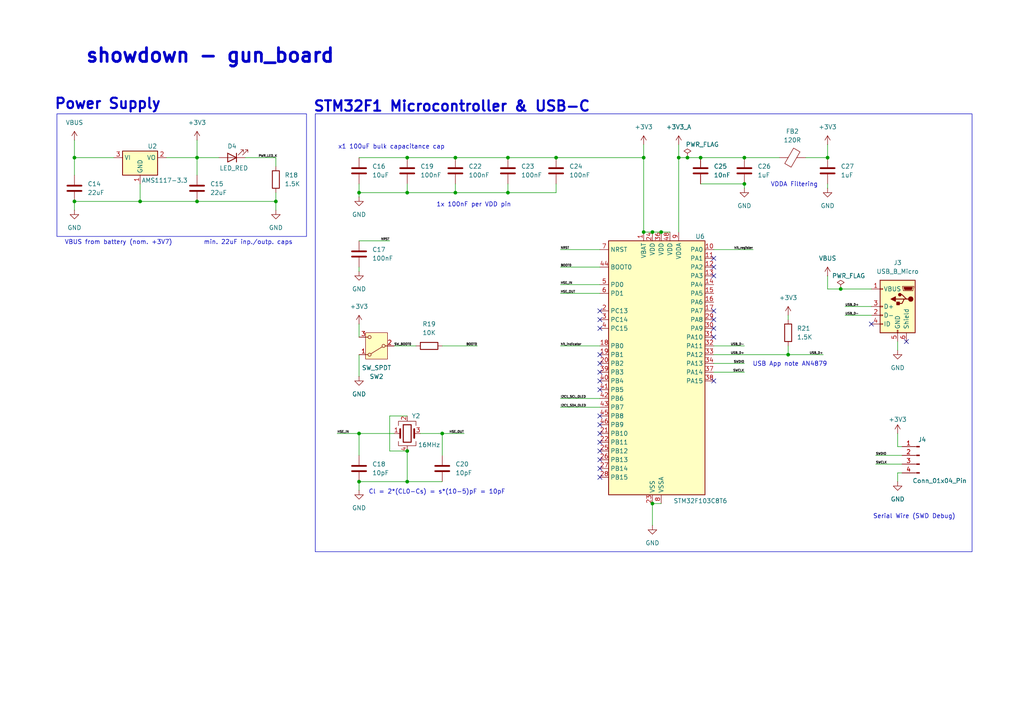
<source format=kicad_sch>
(kicad_sch (version 20231120) (generator "eeschema") (generator_version "8.0")
  (paper "A4")
  (title_block (title "showdown - gun board") (date "2024-10-12") (rev "v0.1"))
  (lib_symbols
    (symbol "Connector:Conn_01x04_Pin" (pin_names (offset 1.016) hide)
      (property "Reference" "J" (at 0 5.08 0))
      (property "Value" "Conn_01x04_Pin" (at 0 -7.62 0))
      (symbol "Conn_01x04_Pin_1_1"
        (polyline (pts (xy 1.27 -5.08) (xy 0.8636 -5.08)) (stroke (width 0.1524)))
        (polyline (pts (xy 1.27 -2.54) (xy 0.8636 -2.54)) (stroke (width 0.1524)))
        (polyline (pts (xy 1.27 0) (xy 0.8636 0)) (stroke (width 0.1524)))
        (polyline (pts (xy 1.27 2.54) (xy 0.8636 2.54)) (stroke (width 0.1524)))
        (rectangle (start 0.8636 -4.953) (end 0 -5.207) (stroke (width 0.1524)) (fill (type outline)))
        (rectangle (start 0.8636 -2.413) (end 0 -2.667) (stroke (width 0.1524)) (fill (type outline)))
        (rectangle (start 0.8636 0.127) (end 0 -0.127) (stroke (width 0.1524)) (fill (type outline)))
        (rectangle (start 0.8636 2.667) (end 0 2.413) (stroke (width 0.1524)) (fill (type outline)))
        (pin passive line (at 5.08 2.54 180) (length 3.81) (name "Pin_1") (number "1"))
        (pin passive line (at 5.08 0 180) (length 3.81) (name "Pin_2") (number "2"))
        (pin passive line (at 5.08 -2.54 180) (length 3.81) (name "Pin_3") (number "3"))
        (pin passive line (at 5.08 -5.08 180) (length 3.81) (name "Pin_4") (number "4"))
      )
    )
    (symbol "Connector:USB_B_Micro" (pin_names (offset 1.016))
      (property "Reference" "J" (at -5.08 11.43 0))
      (property "Value" "USB_B_Micro" (at -5.08 8.89 0))
      (symbol "USB_B_Micro_0_1"
        (rectangle (start -5.08 -7.62) (end 5.08 7.62) (stroke (width 0.254)) (fill (type background)))
        (circle (center -3.81 2.159) (radius 0.635) (stroke (width 0.254)) (fill (type outline)))
        (circle (center -0.635 3.429) (radius 0.381) (stroke (width 0.254)) (fill (type outline)))
        (rectangle (start -0.127 -7.62) (end 0.127 -6.858))
        (polyline (pts (xy -1.905 2.159) (xy 0.635 2.159)) (stroke (width 0.254)))
        (polyline (pts (xy -3.175 2.159) (xy -2.54 2.159) (xy -1.27 3.429) (xy -0.635 3.429)) (stroke (width 0.254)))
        (polyline (pts (xy -2.54 2.159) (xy -1.905 2.159) (xy -1.27 0.889) (xy 0 0.889)) (stroke (width 0.254)))
        (polyline (pts (xy 0.635 2.794) (xy 0.635 1.524) (xy 1.905 2.159) (xy 0.635 2.794)) (stroke (width 0.254)) (fill (type outline)))
        (polyline (pts (xy -4.318 5.588) (xy -1.778 5.588) (xy -2.032 4.826) (xy -4.064 4.826) (xy -4.318 5.588)) (fill (type outline)))
        (polyline (pts (xy -4.699 5.842) (xy -4.699 5.588) (xy -4.445 4.826) (xy -4.445 4.572) (xy -1.651 4.572) (xy -1.651 4.826) (xy -1.397 5.588) (xy -1.397 5.842) (xy -4.699 5.842)))
        (rectangle (start 0.254 1.27) (end -0.508 0.508) (stroke (width 0.254)) (fill (type outline)))
        (rectangle (start 5.08 -5.207) (end 4.318 -4.953))
        (rectangle (start 5.08 -2.667) (end 4.318 -2.413))
        (rectangle (start 5.08 -0.127) (end 4.318 0.127))
        (rectangle (start 5.08 4.953) (end 4.318 5.207))
      )
      (symbol "USB_B_Micro_1_1"
        (pin power_out line (at 7.62 5.08 180) (length 2.54) (name "VBUS") (number "1"))
        (pin bidirectional line (at 7.62 -2.54 180) (length 2.54) (name "D-") (number "2"))
        (pin bidirectional line (at 7.62 0 180) (length 2.54) (name "D+") (number "3"))
        (pin passive line (at 7.62 -5.08 180) (length 2.54) (name "ID") (number "4"))
        (pin power_out line (at 0 -10.16 90) (length 2.54) (name "GND") (number "5"))
        (pin passive line (at -2.54 -10.16 90) (length 2.54) (name "Shield") (number "6"))
      )
    )
    (symbol "Device:C" (pin_numbers hide) (pin_names (offset 0.254))
      (property "Reference" "C" (at 0.635 2.54 0))
      (property "Value" "C" (at 0.635 -2.54 0))
      (symbol "C_0_1"
        (polyline (pts (xy -2.032 -0.762) (xy 2.032 -0.762)) (stroke (width 0.508)))
        (polyline (pts (xy -2.032 0.762) (xy 2.032 0.762)) (stroke (width 0.508)))
      )
      (symbol "C_1_1"
        (pin passive line (at 0 3.81 270) (length 2.794) (name "~") (number "1"))
        (pin passive line (at 0 -3.81 90) (length 2.794) (name "~") (number "2"))
      )
    )
    (symbol "Device:Crystal_GND24" (pin_names (offset 1.016) hide)
      (property "Reference" "Y" (at 3.175 5.08 0))
      (property "Value" "Crystal_GND24" (at 3.175 3.175 0))
      (symbol "Crystal_GND24_0_1"
        (rectangle (start -1.143 2.54) (end 1.143 -2.54) (stroke (width 0.3048)))
        (polyline (pts (xy -2.54 0) (xy -2.032 0)))
        (polyline (pts (xy -2.032 -1.27) (xy -2.032 1.27)) (stroke (width 0.508)))
        (polyline (pts (xy 0 -3.81) (xy 0 -3.556)))
        (polyline (pts (xy 0 3.556) (xy 0 3.81)))
        (polyline (pts (xy 2.032 -1.27) (xy 2.032 1.27)) (stroke (width 0.508)))
        (polyline (pts (xy 2.032 0) (xy 2.54 0)))
        (polyline (pts (xy -2.54 -2.286) (xy -2.54 -3.556) (xy 2.54 -3.556) (xy 2.54 -2.286)))
        (polyline (pts (xy -2.54 2.286) (xy -2.54 3.556) (xy 2.54 3.556) (xy 2.54 2.286)))
      )
      (symbol "Crystal_GND24_1_1"
        (pin passive line (at -3.81 0 0) (length 1.27) (name "1") (number "1"))
        (pin passive line (at 0 5.08 270) (length 1.27) (name "2") (number "2"))
        (pin passive line (at 3.81 0 180) (length 1.27) (name "3") (number "3"))
        (pin passive line (at 0 -5.08 90) (length 1.27) (name "4") (number "4"))
      )
    )
    (symbol "Device:FerriteBead" (pin_numbers hide) (pin_names (offset 0))
      (property "Reference" "FB" (at -3.81 0.635 90))
      (property "Value" "FerriteBead" (at 3.81 0 90))
      (symbol "FerriteBead_0_1"
        (polyline (pts (xy 0 -1.27) (xy 0 -1.2192)))
        (polyline (pts (xy 0 1.27) (xy 0 1.2954)))
        (polyline (pts (xy -2.7686 0.4064) (xy -1.7018 2.2606) (xy 2.7686 -0.3048) (xy 1.6764 -2.159) (xy -2.7686 0.4064)))
      )
      (symbol "FerriteBead_1_1"
        (pin passive line (at 0 3.81 270) (length 2.54) (name "~") (number "1"))
        (pin passive line (at 0 -3.81 90) (length 2.54) (name "~") (number "2"))
      )
    )
    (symbol "Device:LED" (pin_numbers hide) (pin_names (offset 1.016) hide)
      (property "Reference" "D" (at 0 2.54 0))
      (property "Value" "LED" (at 0 -2.54 0))
      (symbol "LED_0_1"
        (polyline (pts (xy -1.27 -1.27) (xy -1.27 1.27)) (stroke (width 0.254)))
        (polyline (pts (xy -1.27 0) (xy 1.27 0)))
        (polyline (pts (xy 1.27 -1.27) (xy 1.27 1.27) (xy -1.27 0) (xy 1.27 -1.27)) (stroke (width 0.254)))
        (polyline (pts (xy -3.048 -0.762) (xy -4.572 -2.286) (xy -3.81 -2.286) (xy -4.572 -2.286) (xy -4.572 -1.524)))
        (polyline (pts (xy -1.778 -0.762) (xy -3.302 -2.286) (xy -2.54 -2.286) (xy -3.302 -2.286) (xy -3.302 -1.524)))
      )
      (symbol "LED_1_1"
        (pin passive line (at -3.81 0 0) (length 2.54) (name "K") (number "1"))
        (pin passive line (at 3.81 0 180) (length 2.54) (name "A") (number "2"))
      )
    )
    (symbol "Device:R" (pin_numbers hide) (pin_names (offset 0))
      (property "Reference" "R" (at 2.032 0 90))
      (property "Value" "R" (at 0 0 90))
      (symbol "R_0_1"
        (rectangle (start -1.016 -2.54) (end 1.016 2.54) (stroke (width 0.254)))
      )
      (symbol "R_1_1"
        (pin passive line (at 0 3.81 270) (length 1.27) (name "~") (number "1"))
        (pin passive line (at 0 -3.81 90) (length 1.27) (name "~") (number "2"))
      )
    )
    (symbol "MCU_ST_STM32F1:STM32F103C8Tx"
      (property "Reference" "U" (at -12.7 39.37 0))
      (property "Value" "STM32F103C8Tx" (at 10.16 39.37 0))
      (symbol "STM32F103C8Tx_0_1"
        (rectangle (start -12.7 -35.56) (end 15.24 38.1) (stroke (width 0.254)) (fill (type background)))
      )
      (symbol "STM32F103C8Tx_1_1"
        (pin power_in line (at -2.54 40.64 270) (length 2.54) (name "VBAT") (number "1"))
        (pin bidirectional line (at 17.78 35.56 180) (length 2.54) (name "PA0") (number "10"))
        (pin bidirectional line (at 17.78 33.02 180) (length 2.54) (name "PA1") (number "11"))
        (pin bidirectional line (at 17.78 30.48 180) (length 2.54) (name "PA2") (number "12"))
        (pin bidirectional line (at 17.78 27.94 180) (length 2.54) (name "PA3") (number "13"))
        (pin bidirectional line (at 17.78 25.4 180) (length 2.54) (name "PA4") (number "14"))
        (pin bidirectional line (at 17.78 22.86 180) (length 2.54) (name "PA5") (number "15"))
        (pin bidirectional line (at 17.78 20.32 180) (length 2.54) (name "PA6") (number "16"))
        (pin bidirectional line (at 17.78 17.78 180) (length 2.54) (name "PA7") (number "17"))
        (pin bidirectional line (at -15.24 7.62 0) (length 2.54) (name "PB0") (number "18"))
        (pin bidirectional line (at -15.24 5.08 0) (length 2.54) (name "PB1") (number "19"))
        (pin bidirectional line (at -15.24 17.78 0) (length 2.54) (name "PC13") (number "2"))
        (pin bidirectional line (at -15.24 2.54 0) (length 2.54) (name "PB2") (number "20"))
        (pin bidirectional line (at -15.24 -17.78 0) (length 2.54) (name "PB10") (number "21"))
        (pin bidirectional line (at -15.24 -20.32 0) (length 2.54) (name "PB11") (number "22"))
        (pin power_in line (at 0 -38.1 90) (length 2.54) (name "VSS") (number "23"))
        (pin power_in line (at 0 40.64 270) (length 2.54) (name "VDD") (number "24"))
        (pin bidirectional line (at -15.24 -22.86 0) (length 2.54) (name "PB12") (number "25"))
        (pin bidirectional line (at -15.24 -25.4 0) (length 2.54) (name "PB13") (number "26"))
        (pin bidirectional line (at -15.24 -27.94 0) (length 2.54) (name "PB14") (number "27"))
        (pin bidirectional line (at -15.24 -30.48 0) (length 2.54) (name "PB15") (number "28"))
        (pin bidirectional line (at 17.78 15.24 180) (length 2.54) (name "PA8") (number "29"))
        (pin bidirectional line (at -15.24 15.24 0) (length 2.54) (name "PC14") (number "3"))
        (pin bidirectional line (at 17.78 12.7 180) (length 2.54) (name "PA9") (number "30"))
        (pin bidirectional line (at 17.78 10.16 180) (length 2.54) (name "PA10") (number "31"))
        (pin bidirectional line (at 17.78 7.62 180) (length 2.54) (name "PA11") (number "32"))
        (pin bidirectional line (at 17.78 5.08 180) (length 2.54) (name "PA12") (number "33"))
        (pin bidirectional line (at 17.78 2.54 180) (length 2.54) (name "PA13") (number "34"))
        (pin passive line (at 0 -38.1 90) (length 2.54) hide (name "VSS") (number "35"))
        (pin power_in line (at 2.54 40.64 270) (length 2.54) (name "VDD") (number "36"))
        (pin bidirectional line (at 17.78 0 180) (length 2.54) (name "PA14") (number "37"))
        (pin bidirectional line (at 17.78 -2.54 180) (length 2.54) (name "PA15") (number "38"))
        (pin bidirectional line (at -15.24 0 0) (length 2.54) (name "PB3") (number "39"))
        (pin bidirectional line (at -15.24 12.7 0) (length 2.54) (name "PC15") (number "4"))
        (pin bidirectional line (at -15.24 -2.54 0) (length 2.54) (name "PB4") (number "40"))
        (pin bidirectional line (at -15.24 -5.08 0) (length 2.54) (name "PB5") (number "41"))
        (pin bidirectional line (at -15.24 -7.62 0) (length 2.54) (name "PB6") (number "42"))
        (pin bidirectional line (at -15.24 -10.16 0) (length 2.54) (name "PB7") (number "43"))
        (pin input line (at -15.24 30.48 0) (length 2.54) (name "BOOT0") (number "44"))
        (pin bidirectional line (at -15.24 -12.7 0) (length 2.54) (name "PB8") (number "45"))
        (pin bidirectional line (at -15.24 -15.24 0) (length 2.54) (name "PB9") (number "46"))
        (pin passive line (at 0 -38.1 90) (length 2.54) hide (name "VSS") (number "47"))
        (pin power_in line (at 5.08 40.64 270) (length 2.54) (name "VDD") (number "48"))
        (pin bidirectional line (at -15.24 25.4 0) (length 2.54) (name "PD0") (number "5"))
        (pin bidirectional line (at -15.24 22.86 0) (length 2.54) (name "PD1") (number "6"))
        (pin input line (at -15.24 35.56 0) (length 2.54) (name "NRST") (number "7"))
        (pin power_in line (at 2.54 -38.1 90) (length 2.54) (name "VSSA") (number "8"))
        (pin power_in line (at 7.62 40.64 270) (length 2.54) (name "VDDA") (number "9"))
      )
    )
    (symbol "Regulator_Linear:AMS1117-3.3"
      (property "Reference" "U" (at -3.81 3.175 0))
      (property "Value" "AMS1117-3.3" (at 0 3.175 0))
      (symbol "AMS1117-3.3_0_1"
        (rectangle (start -5.08 -5.08) (end 5.08 1.905) (stroke (width 0.254)) (fill (type background)))
      )
      (symbol "AMS1117-3.3_1_1"
        (pin power_in line (at 0 -7.62 90) (length 2.54) (name "GND") (number "1"))
        (pin power_out line (at 7.62 0 180) (length 2.54) (name "VO") (number "2"))
        (pin power_in line (at -7.62 0 0) (length 2.54) (name "VI") (number "3"))
      )
    )
    (symbol "Switch:SW_SPDT" (pin_names (offset 0) hide)
      (property "Reference" "SW" (at 0 5.08 0))
      (property "Value" "SW_SPDT" (at 0 -5.08 0))
      (symbol "SW_SPDT_0_1"
        (circle (center -2.032 0) (radius 0.4572))
        (polyline (pts (xy -1.651 0.254) (xy 1.651 2.286)))
        (circle (center 2.032 -2.54) (radius 0.4572))
        (circle (center 2.032 2.54) (radius 0.4572))
      )
      (symbol "SW_SPDT_1_1"
        (rectangle (start -3.175 3.81) (end 3.175 -3.81) (fill (type background)))
        (pin passive line (at 5.08 2.54 180) (length 2.54) (name "A") (number "1"))
        (pin passive line (at -5.08 0 0) (length 2.54) (name "B") (number "2"))
        (pin passive line (at 5.08 -2.54 180) (length 2.54) (name "C") (number "3"))
      )
    )
    (symbol "power:+3.3V" (power) (pin_numbers hide) (pin_names (offset 0) hide)
      (property "Value" "+3.3V" (at 0 3.556 0))
      (symbol "+3.3V_0_1"
        (polyline (pts (xy -0.762 1.27) (xy 0 2.54)))
        (polyline (pts (xy 0 0) (xy 0 2.54)))
        (polyline (pts (xy 0 2.54) (xy 0.762 1.27)))
      )
      (symbol "+3.3V_1_1"
        (pin power_in line (at 0 0 90) (length 0) (name "~") (number "1"))
      )
    )
    (symbol "power:GND" (power) (pin_numbers hide) (pin_names (offset 0) hide)
      (property "Value" "GND" (at 0 -3.81 0))
      (symbol "GND_0_1"
        (polyline (pts (xy 0 0) (xy 0 -1.27) (xy 1.27 -1.27) (xy 0 -2.54) (xy -1.27 -1.27) (xy 0 -1.27)))
      )
      (symbol "GND_1_1"
        (pin power_in line (at 0 0 270) (length 0) (name "~") (number "1"))
      )
    )
    (symbol "power:PWR_FLAG" (power) (pin_numbers hide) (pin_names (offset 0) hide)
      (property "Value" "PWR_FLAG" (at 0 3.81 0))
      (symbol "PWR_FLAG_0_0"
        (pin power_out line (at 0 0 90) (length 0) (name "~") (number "1"))
      )
      (symbol "PWR_FLAG_0_1"
        (polyline (pts (xy 0 0) (xy 0 1.27) (xy -1.016 1.905) (xy 0 2.54) (xy 1.016 1.905) (xy 0 1.27)))
      )
    )
    (symbol "power:VBUS" (power) (pin_numbers hide) (pin_names (offset 0) hide)
      (property "Value" "VBUS" (at 0 3.556 0))
      (symbol "VBUS_0_1"
        (polyline (pts (xy -0.762 1.27) (xy 0 2.54)))
        (polyline (pts (xy 0 0) (xy 0 2.54)))
        (polyline (pts (xy 0 2.54) (xy 0.762 1.27)))
      )
      (symbol "VBUS_1_1"
        (pin power_in line (at 0 0 90) (length 0) (name "~") (number "1"))
      )
    )
  )
  (junction (at 57.15 58.42))
  (junction (at 228.6 102.87))
  (junction (at 199.39 45.72))
  (junction (at 21.59 58.42))
  (junction (at 186.69 45.72))
  (junction (at 203.2 45.72))
  (junction (at 118.11 139.7))
  (junction (at 80.01 58.42))
  (junction (at 118.11 45.72))
  (junction (at 132.08 55.88))
  (junction (at 147.32 55.88))
  (junction (at 104.14 55.88))
  (junction (at 191.77 67.31))
  (junction (at 118.11 130.81))
  (junction (at 196.85 45.72))
  (junction (at 161.29 45.72))
  (junction (at 147.32 45.72))
  (junction (at 132.08 45.72))
  (junction (at 57.15 45.72))
  (junction (at 240.03 45.72))
  (junction (at 189.23 146.05))
  (junction (at 128.27 125.73))
  (junction (at 104.14 125.73))
  (junction (at 215.9 45.72))
  (junction (at 104.14 139.7))
  (junction (at 40.64 58.42))
  (junction (at 118.11 55.88))
  (junction (at 243.84 83.82))
  (junction (at 21.59 45.72))
  (junction (at 189.23 67.31))
  (junction (at 186.69 67.31))
  (junction (at 215.9 53.34))
  (no_connect (at 173.99 95.25))
  (no_connect (at 207.01 74.93))
  (no_connect (at 207.01 97.79))
  (no_connect (at 173.99 107.95))
  (no_connect (at 173.99 130.81))
  (no_connect (at 173.99 135.89))
  (no_connect (at 207.01 90.17))
  (no_connect (at 207.01 92.71))
  (no_connect (at 173.99 133.35))
  (no_connect (at 173.99 138.43))
  (no_connect (at 173.99 102.87))
  (no_connect (at 262.89 99.06))
  (no_connect (at 207.01 95.25))
  (no_connect (at 173.99 92.71))
  (no_connect (at 173.99 113.03))
  (no_connect (at 173.99 105.41))
  (no_connect (at 173.99 110.49))
  (no_connect (at 173.99 128.27))
  (no_connect (at 207.01 80.01))
  (no_connect (at 207.01 110.49))
  (no_connect (at 252.73 93.98))
  (no_connect (at 173.99 123.19))
  (no_connect (at 207.01 77.47))
  (no_connect (at 173.99 90.17))
  (no_connect (at 173.99 120.65))
  (no_connect (at 173.99 125.73))
  (wire (pts (xy 128.27 125.73) (xy 134.62 125.73)))
  (wire (pts (xy 228.6 92.71) (xy 228.6 91.44)))
  (wire (pts (xy 245.11 88.9) (xy 252.73 88.9)))
  (wire (pts (xy 118.11 139.7) (xy 118.11 130.81)))
  (wire (pts (xy 260.35 99.06) (xy 260.35 101.6)))
  (wire (pts (xy 147.32 55.88) (xy 161.29 55.88)))
  (wire (pts (xy 118.11 55.88) (xy 132.08 55.88)))
  (wire (pts (xy 104.14 93.98) (xy 104.14 97.79)))
  (wire (pts (xy 228.6 102.87) (xy 238.76 102.87)))
  (wire (pts (xy 104.14 125.73) (xy 114.3 125.73)))
  (wire (pts (xy 233.68 45.72) (xy 240.03 45.72)))
  (wire (pts (xy 186.69 67.31) (xy 189.23 67.31)))
  (wire (pts (xy 128.27 100.33) (xy 138.43 100.33)))
  (wire (pts (xy 118.11 53.34) (xy 118.11 55.88)))
  (wire (pts (xy 189.23 67.31) (xy 191.77 67.31)))
  (wire (pts (xy 162.56 100.33) (xy 173.99 100.33)))
  (wire (pts (xy 173.99 85.09) (xy 162.56 85.09)))
  (wire (pts (xy 132.08 53.34) (xy 132.08 55.88)))
  (wire (pts (xy 207.01 105.41) (xy 215.9 105.41)))
  (wire (pts (xy 97.79 125.73) (xy 104.14 125.73)))
  (wire (pts (xy 104.14 69.85) (xy 113.03 69.85)))
  (wire (pts (xy 128.27 139.7) (xy 118.11 139.7)))
  (wire (pts (xy 104.14 139.7) (xy 104.14 142.24)))
  (wire (pts (xy 161.29 45.72) (xy 186.69 45.72)))
  (wire (pts (xy 132.08 45.72) (xy 147.32 45.72)))
  (wire (pts (xy 121.92 125.73) (xy 128.27 125.73)))
  (wire (pts (xy 240.03 83.82) (xy 240.03 80.01)))
  (wire (pts (xy 196.85 45.72) (xy 196.85 67.31)))
  (wire (pts (xy 254 134.62) (xy 261.62 134.62)))
  (wire (pts (xy 245.11 91.44) (xy 252.73 91.44)))
  (wire (pts (xy 57.15 40.64) (xy 57.15 45.72)))
  (wire (pts (xy 104.14 77.47) (xy 104.14 78.74)))
  (wire (pts (xy 80.01 60.96) (xy 80.01 58.42)))
  (wire (pts (xy 162.56 115.57) (xy 173.99 115.57)))
  (wire (pts (xy 113.03 130.81) (xy 118.11 130.81)))
  (wire (pts (xy 161.29 55.88) (xy 161.29 53.34)))
  (wire (pts (xy 207.01 72.39) (xy 218.44 72.39)))
  (wire (pts (xy 118.11 45.72) (xy 132.08 45.72)))
  (wire (pts (xy 215.9 45.72) (xy 226.06 45.72)))
  (wire (pts (xy 260.35 137.16) (xy 261.62 137.16)))
  (wire (pts (xy 189.23 146.05) (xy 191.77 146.05)))
  (wire (pts (xy 162.56 72.39) (xy 173.99 72.39)))
  (wire (pts (xy 203.2 45.72) (xy 215.9 45.72)))
  (wire (pts (xy 147.32 45.72) (xy 161.29 45.72)))
  (wire (pts (xy 162.56 82.55) (xy 173.99 82.55)))
  (wire (pts (xy 48.26 45.72) (xy 57.15 45.72)))
  (wire (pts (xy 104.14 125.73) (xy 104.14 132.08)))
  (wire (pts (xy 80.01 55.88) (xy 80.01 58.42)))
  (wire (pts (xy 189.23 146.05) (xy 189.23 152.4)))
  (wire (pts (xy 240.03 83.82) (xy 243.84 83.82)))
  (wire (pts (xy 191.77 67.31) (xy 194.31 67.31)))
  (wire (pts (xy 104.14 55.88) (xy 118.11 55.88)))
  (wire (pts (xy 21.59 58.42) (xy 40.64 58.42)))
  (wire (pts (xy 113.03 120.65) (xy 113.03 130.81)))
  (wire (pts (xy 114.3 100.33) (xy 120.65 100.33)))
  (wire (pts (xy 57.15 58.42) (xy 80.01 58.42)))
  (wire (pts (xy 21.59 50.8) (xy 21.59 45.72)))
  (wire (pts (xy 104.14 55.88) (xy 104.14 57.15)))
  (wire (pts (xy 132.08 55.88) (xy 147.32 55.88)))
  (wire (pts (xy 104.14 102.87) (xy 104.14 109.22)))
  (wire (pts (xy 254 132.08) (xy 261.62 132.08)))
  (wire (pts (xy 240.03 53.34) (xy 240.03 54.61)))
  (wire (pts (xy 40.64 58.42) (xy 57.15 58.42)))
  (wire (pts (xy 228.6 100.33) (xy 228.6 102.87)))
  (wire (pts (xy 196.85 45.72) (xy 199.39 45.72)))
  (wire (pts (xy 186.69 45.72) (xy 186.69 67.31)))
  (wire (pts (xy 207.01 107.95) (xy 215.9 107.95)))
  (wire (pts (xy 203.2 53.34) (xy 215.9 53.34)))
  (wire (pts (xy 80.01 48.26) (xy 80.01 45.72)))
  (wire (pts (xy 118.11 120.65) (xy 113.03 120.65)))
  (wire (pts (xy 196.85 41.91) (xy 196.85 45.72)))
  (wire (pts (xy 104.14 139.7) (xy 118.11 139.7)))
  (wire (pts (xy 162.56 118.11) (xy 173.99 118.11)))
  (wire (pts (xy 207.01 102.87) (xy 228.6 102.87)))
  (wire (pts (xy 21.59 40.64) (xy 21.59 45.72)))
  (wire (pts (xy 147.32 53.34) (xy 147.32 55.88)))
  (wire (pts (xy 207.01 100.33) (xy 215.9 100.33)))
  (wire (pts (xy 186.69 41.91) (xy 186.69 45.72)))
  (wire (pts (xy 215.9 53.34) (xy 215.9 54.61)))
  (wire (pts (xy 21.59 58.42) (xy 21.59 60.96)))
  (wire (pts (xy 104.14 45.72) (xy 118.11 45.72)))
  (wire (pts (xy 199.39 45.72) (xy 203.2 45.72)))
  (wire (pts (xy 162.56 77.47) (xy 173.99 77.47)))
  (wire (pts (xy 40.64 53.34) (xy 40.64 58.42)))
  (wire (pts (xy 128.27 125.73) (xy 128.27 132.08)))
  (wire (pts (xy 21.59 45.72) (xy 33.02 45.72)))
  (wire (pts (xy 57.15 45.72) (xy 63.5 45.72)))
  (wire (pts (xy 80.01 45.72) (xy 71.12 45.72)))
  (wire (pts (xy 260.35 129.54) (xy 260.35 125.73)))
  (wire (pts (xy 240.03 41.91) (xy 240.03 45.72)))
  (wire (pts (xy 260.35 137.16) (xy 260.35 139.7)))
  (wire (pts (xy 260.35 129.54) (xy 261.62 129.54)))
  (wire (pts (xy 243.84 83.82) (xy 252.73 83.82)))
  (wire (pts (xy 57.15 45.72) (xy 57.15 50.8)))
  (wire (pts (xy 104.14 53.34) (xy 104.14 55.88)))
  (rectangle (start 91.44 33.02) (end 281.94 160.02))
  (rectangle (start 16.51 33.02) (end 88.9 68.58))
  (text "x1 100uF bulk capacitance cap\n" (at 113.538 42.672 0) (effects (font (size 1.27 1.27))))
  (text "Power Supply\n" (at 31.242 30.226 0) (effects (font (size 3 3) (thickness 0.6) (bold yes))))
  (text "1x 100nF per VDD pin" (at 137.414 59.436 0) (effects (font (size 1.27 1.27))))
  (text "STM32F1 Microcontroller & USB-C\n" (at 131.064 30.988 0) (effects (font (size 3 3) (thickness 0.6) (bold yes))))
  (text "Cl = 2*(CL0-Cs) = s*(10-5)pF = 10pF" (at 126.746 142.748 0) (effects (font (size 1.27 1.27))))
  (text "VBUS from battery (nom. +3V7)	min. 22uF inp./outp. caps" (at 51.816 70.358 0) (effects (font (size 1.27 1.27))))
  (text "VDDA Filtering\n" (at 230.378 53.594 0) (effects (font (size 1.27 1.27))))
  (text "USB App note AN4879" (at 229.108 105.664 0) (effects (font (size 1.27 1.27))))
  (text "showdown - gun_board" (at 60.96 16.256 0) (effects (font (size 4 4) (thickness 0.8) (bold yes))))
  (text "Serial Wire (SWD Debug)" (at 265.176 149.86 0) (effects (font (size 1.27 1.27))))
  (label "USB_D+" (at 215.9 102.87 180) (effects (font (size 0.635 0.635))))
  (label "PWR_LED_K" (at 74.93 45.72 0) (effects (font (size 0.635 0.635))))
  (label "hit_register" (at 218.44 72.39 180) (effects (font (size 0.635 0.635))))
  (label "SWCLK" (at 215.9 107.95 180) (effects (font (size 0.635 0.635))))
  (label "BOOT0" (at 138.43 100.33 180) (effects (font (size 0.635 0.635))))
  (label "HSE_OUT" (at 134.62 125.73 180) (effects (font (size 0.635 0.635))))
  (label "I2C1_SCL_OLED" (at 162.56 115.57 0) (effects (font (size 0.635 0.635))))
  (label "NRST" (at 113.03 69.85 180) (effects (font (size 0.635 0.635))))
  (label "hit_indicator" (at 162.56 100.33 0) (effects (font (size 0.635 0.635))))
  (label "USB_D-" (at 215.9 100.33 180) (effects (font (size 0.635 0.635))))
  (label "I2C1_SDA_OLED" (at 162.56 118.11 0) (effects (font (size 0.635 0.635))))
  (label "NRST" (at 162.56 72.39 0) (effects (font (size 0.635 0.635))))
  (label "SW_BOOT0" (at 114.3 100.33 0) (effects (font (size 0.635 0.635))))
  (label "HSE_IN" (at 162.56 82.55 0) (effects (font (size 0.635 0.635))))
  (label "SWDIO" (at 215.9 105.41 180) (effects (font (size 0.635 0.635))))
  (label "BOOT0" (at 162.56 77.47 0) (effects (font (size 0.635 0.635))))
  (label "USB_D-" (at 245.11 91.44 0) (effects (font (size 0.635 0.635))))
  (label "USB_D+" (at 238.76 102.87 180) (effects (font (size 0.635 0.635))))
  (label "HSE_IN" (at 97.79 125.73 0) (effects (font (size 0.635 0.635))))
  (label "SWCLK" (at 254 134.62 0) (effects (font (size 0.635 0.635))))
  (label "HSE_OUT" (at 162.56 85.09 0) (effects (font (size 0.635 0.635))))
  (label "USB_D+" (at 245.11 88.9 0) (effects (font (size 0.635 0.635))))
  (label "SWDIO" (at 254 132.08 0) (effects (font (size 0.635 0.635))))
  (symbol (lib_id "MCU_ST_STM32F1:STM32F103C8Tx") (at 189.23 107.95 0) (unit 1)
    (property "Reference" "U6" (at 201.676 68.58 0) (effects (justify left)))
    (property "Value" "STM32F103C8T6" (at 195.326 145.288 0) (effects (justify left)))
    (property "Footprint" "Package_QFP:LQFP-48_7x7mm_P0.5mm" (effects (hide yes)))
    (property "Datasheet" "https://www.st.com/resource/en/datasheet/stm32f103c8.pdf" (effects (hide yes)))
    (property "Description" "STMicroelectronics Arm Cortex-M3 MCU, 64KB flash, 20KB RAM, 72 MHz, 2.0-3.6V, 37 GPIO, LQFP48" (effects (hide yes)))
  )
  (symbol (lib_id "power:GND") (at 104.14 109.22 0) (unit 1)
    (property "Reference" "#PWR037" (effects (hide yes)))
    (property "Value" "GND" (at 104.14 114.3 0))
    (property "Description" "Power symbol creates a global label with name \"GND\" , ground" (effects (hide yes)))
  )
  (symbol (lib_id "Regulator_Linear:AMS1117-3.3") (at 40.64 45.72 0) (unit 1)
    (property "Reference" "U2" (at 44.196 42.418 0))
    (property "Value" "AMS1117-3.3" (at 47.752 52.324 0))
    (property "Footprint" "Package_TO_SOT_SMD:SOT-223-3_TabPin2" (effects (hide yes)))
    (property "Datasheet" "http://www.advanced-monolithic.com/pdf/ds1117.pdf" (effects (hide yes)))
    (property "Description" "1A Low Dropout regulator, positive, 3.3V fixed output, SOT-223" (effects (hide yes)))
  )
  (symbol (lib_id "power:+3.3V") (at 240.03 41.91 0) (unit 1)
    (property "Reference" "#PWR047" (effects (hide yes)))
    (property "Value" "+3V3" (at 240.03 36.83 0))
    (property "Description" "Power symbol creates a global label with name \"+3.3V\"" (effects (hide yes)))
  )
  (symbol (lib_id "power:VBUS") (at 21.59 40.64 0) (unit 1)
    (property "Reference" "#PWR027" (effects (hide yes)))
    (property "Value" "VBUS" (at 21.59 35.56 0))
    (property "Description" "Power symbol creates a global label with name \"VBUS\"" (effects (hide yes)))
  )
  (symbol (lib_id "power:VBUS") (at 240.03 80.01 0) (unit 1)
    (property "Reference" "#PWR049" (effects (hide yes)))
    (property "Value" "VBUS" (at 240.03 74.93 0))
    (property "Description" "Power symbol creates a global label with name \"VBUS\"" (effects (hide yes)))
  )
  (symbol (lib_id "power:GND") (at 21.59 60.96 0) (unit 1)
    (property "Reference" "#PWR028" (effects (hide yes)))
    (property "Value" "GND" (at 21.59 66.04 0))
    (property "Description" "Power symbol creates a global label with name \"GND\" , ground" (effects (hide yes)))
  )
  (symbol (lib_id "power:GND") (at 104.14 57.15 0) (unit 1)
    (property "Reference" "#PWR034" (effects (hide yes)))
    (property "Value" "GND" (at 104.14 62.23 0))
    (property "Description" "Power symbol creates a global label with name \"GND\" , ground" (effects (hide yes)))
  )
  (symbol (lib_id "power:GND") (at 189.23 152.4 0) (unit 1)
    (property "Reference" "#PWR043" (effects (hide yes)))
    (property "Value" "GND" (at 189.23 157.48 0))
    (property "Description" "Power symbol creates a global label with name \"GND\" , ground" (effects (hide yes)))
  )
  (symbol (lib_id "Device:R") (at 124.46 100.33 90) (unit 1)
    (property "Reference" "R19" (at 124.46 93.98 90))
    (property "Value" "10K" (at 124.46 96.52 90))
    (property "Footprint" "Resistor_SMD:R_0603_1608Metric" (effects (hide yes)))
    (property "Description" "Resistor" (effects (hide yes)))
  )
  (symbol (lib_id "Device:Crystal_GND24") (at 118.11 125.73 0) (unit 1)
    (property "Reference" "Y2" (at 120.65 120.65 0))
    (property "Value" "16MHz" (at 124.46 129.032 0))
    (property "Footprint" "Crystal:Crystal_SMD_3225-4Pin_3.2x2.5mm" (effects (hide yes)))
    (property "Description" "Four pin crystal, GND on pins 2 and 4" (effects (hide yes)))
  )
  (symbol (lib_id "power:PWR_FLAG") (at 243.84 83.82 0) (unit 1)
    (property "Reference" "#FLG04" (effects (hide yes)))
    (property "Value" "PWR_FLAG" (at 246.126 80.01 0))
    (property "Description" "Special symbol for telling ERC where power comes from" (effects (hide yes)))
  )
  (symbol (lib_id "Device:C") (at 215.9 49.53 0) (unit 1)
    (property "Reference" "C26" (at 219.71 48.2599 0) (effects (justify left)))
    (property "Value" "1uF" (at 219.71 50.7999 0) (effects (justify left)))
    (property "Footprint" "Capacitor_SMD:C_0603_1608Metric" (effects (hide yes)))
    (property "Description" "Unpolarized capacitor" (effects (hide yes)))
  )
  (symbol (lib_id "Device:C") (at 57.15 54.61 0) (unit 1)
    (property "Reference" "C15" (at 60.96 53.3399 0) (effects (justify left)))
    (property "Value" "22uF" (at 60.96 55.8799 0) (effects (justify left)))
    (property "Footprint" "Capacitor_SMD:C_0603_1608Metric" (effects (hide yes)))
    (property "Description" "Unpolarized capacitor" (effects (hide yes)))
  )
  (symbol (lib_id "power:PWR_FLAG") (at 199.39 45.72 0) (unit 1)
    (property "Reference" "#FLG03" (effects (hide yes)))
    (property "Value" "PWR_FLAG" (at 203.708 41.91 0))
    (property "Description" "Special symbol for telling ERC where power comes from" (effects (hide yes)))
  )
  (symbol (lib_id "Device:FerriteBead") (at 229.87 45.72 90) (unit 1)
    (property "Reference" "FB2" (at 229.8192 38.1 90))
    (property "Value" "120R" (at 229.8192 40.64 90))
    (property "Footprint" "Inductor_SMD:L_0603_1608Metric" (effects (hide yes)))
    (property "Description" "Ferrite bead" (effects (hide yes)))
  )
  (symbol (lib_id "Device:C") (at 104.14 135.89 0) (unit 1)
    (property "Reference" "C18" (at 107.95 134.6199 0) (effects (justify left)))
    (property "Value" "10pF" (at 107.95 137.1599 0) (effects (justify left)))
    (property "Footprint" "Capacitor_SMD:C_0603_1608Metric" (effects (hide yes)))
    (property "Description" "Unpolarized capacitor" (effects (hide yes)))
  )
  (symbol (lib_id "Device:C") (at 132.08 49.53 0) (unit 1)
    (property "Reference" "C22" (at 135.89 48.2599 0) (effects (justify left)))
    (property "Value" "100nF" (at 135.89 50.7999 0) (effects (justify left)))
    (property "Footprint" "Capacitor_SMD:C_0603_1608Metric" (effects (hide yes)))
    (property "Description" "Unpolarized capacitor" (effects (hide yes)))
  )
  (symbol (lib_id "power:GND") (at 240.03 54.61 0) (unit 1)
    (property "Reference" "#PWR048" (effects (hide yes)))
    (property "Value" "GND" (at 240.03 59.69 0))
    (property "Description" "Power symbol creates a global label with name \"GND\" , ground" (effects (hide yes)))
  )
  (symbol (lib_id "Connector:Conn_01x04_Pin") (at 266.7 132.08 0) (mirror y) (unit 1)
    (property "Reference" "J4" (at 267.462 127.508 0))
    (property "Value" "Conn_01x04_Pin" (at 272.542 139.446 0))
    (property "Footprint" "Connector_PinHeader_2.54mm:PinHeader_1x04_P2.54mm_Horizontal" (effects (hide yes)))
    (property "Description" "Generic connector, single row, 01x04, script generated" (effects (hide yes)))
  )
  (symbol (lib_id "power:+3.3V") (at 196.85 41.91 0) (unit 1)
    (property "Reference" "#PWR044" (effects (hide yes)))
    (property "Value" "+3V3_A" (at 196.85 36.83 0))
    (property "Description" "Power symbol creates a global label with name \"+3.3V\"" (effects (hide yes)))
  )
  (symbol (lib_id "power:GND") (at 260.35 139.7 0) (unit 1)
    (property "Reference" "#PWR052" (effects (hide yes)))
    (property "Value" "GND" (at 260.35 144.78 0))
    (property "Description" "Power symbol creates a global label with name \"GND\" , ground" (effects (hide yes)))
  )
  (symbol (lib_id "power:+3.3V") (at 260.35 125.73 0) (unit 1)
    (property "Reference" "#PWR051" (effects (hide yes)))
    (property "Value" "+3V3" (at 260.35 121.666 0))
    (property "Description" "Power symbol creates a global label with name \"+3.3V\"" (effects (hide yes)))
  )
  (symbol (lib_id "Device:C") (at 203.2 49.53 0) (unit 1)
    (property "Reference" "C25" (at 207.01 48.2599 0) (effects (justify left)))
    (property "Value" "10nF" (at 207.01 50.7999 0) (effects (justify left)))
    (property "Footprint" "Capacitor_SMD:C_0603_1608Metric" (effects (hide yes)))
    (property "Description" "Unpolarized capacitor" (effects (hide yes)))
  )
  (symbol (lib_id "Device:C") (at 104.14 49.53 0) (unit 1)
    (property "Reference" "C16" (at 107.95 48.2599 0) (effects (justify left)))
    (property "Value" "10uF" (at 107.95 50.7999 0) (effects (justify left)))
    (property "Footprint" "Capacitor_SMD:C_0603_1608Metric" (effects (hide yes)))
    (property "Description" "Unpolarized capacitor" (effects (hide yes)))
  )
  (symbol (lib_id "Device:C") (at 240.03 49.53 0) (unit 1)
    (property "Reference" "C27" (at 243.84 48.2599 0) (effects (justify left)))
    (property "Value" "1uF" (at 243.84 50.7999 0) (effects (justify left)))
    (property "Footprint" "Capacitor_SMD:C_0603_1608Metric" (effects (hide yes)))
    (property "Description" "Unpolarized capacitor" (effects (hide yes)))
  )
  (symbol (lib_id "Device:C") (at 147.32 49.53 0) (unit 1)
    (property "Reference" "C23" (at 151.13 48.2599 0) (effects (justify left)))
    (property "Value" "100nF" (at 151.13 50.7999 0) (effects (justify left)))
    (property "Footprint" "Capacitor_SMD:C_0603_1608Metric" (effects (hide yes)))
    (property "Description" "Unpolarized capacitor" (effects (hide yes)))
  )
  (symbol (lib_id "Device:C") (at 118.11 49.53 0) (unit 1)
    (property "Reference" "C19" (at 121.92 48.2599 0) (effects (justify left)))
    (property "Value" "100nF" (at 121.92 50.7999 0) (effects (justify left)))
    (property "Footprint" "Capacitor_SMD:C_0603_1608Metric" (effects (hide yes)))
    (property "Description" "Unpolarized capacitor" (effects (hide yes)))
  )
  (symbol (lib_id "power:GND") (at 80.01 60.96 0) (unit 1)
    (property "Reference" "#PWR031" (effects (hide yes)))
    (property "Value" "GND" (at 80.01 66.04 0))
    (property "Description" "Power symbol creates a global label with name \"GND\" , ground" (effects (hide yes)))
  )
  (symbol (lib_id "power:GND") (at 260.35 101.6 0) (unit 1)
    (property "Reference" "#PWR050" (effects (hide yes)))
    (property "Value" "GND" (at 260.35 106.68 0))
    (property "Description" "Power symbol creates a global label with name \"GND\" , ground" (effects (hide yes)))
  )
  (symbol (lib_id "Device:C") (at 21.59 54.61 0) (unit 1)
    (property "Reference" "C14" (at 25.4 53.3399 0) (effects (justify left)))
    (property "Value" "22uF" (at 25.4 55.8799 0) (effects (justify left)))
    (property "Footprint" "Capacitor_SMD:C_0603_1608Metric" (effects (hide yes)))
    (property "Description" "Unpolarized capacitor" (effects (hide yes)))
  )
  (symbol (lib_id "Device:R") (at 80.01 52.07 180) (unit 1)
    (property "Reference" "R18" (at 82.55 50.7999 0) (effects (justify right)))
    (property "Value" "1.5K" (at 82.55 53.3399 0) (effects (justify right)))
    (property "Footprint" "Resistor_SMD:R_0603_1608Metric" (effects (hide yes)))
    (property "Description" "Resistor" (effects (hide yes)))
  )
  (symbol (lib_id "power:GND") (at 104.14 142.24 0) (unit 1)
    (property "Reference" "#PWR038" (effects (hide yes)))
    (property "Value" "GND" (at 104.14 147.32 0))
    (property "Description" "Power symbol creates a global label with name \"GND\" , ground" (effects (hide yes)))
  )
  (symbol (lib_id "power:+3.3V") (at 186.69 41.91 0) (unit 1)
    (property "Reference" "#PWR042" (effects (hide yes)))
    (property "Value" "+3V3" (at 186.69 36.83 0))
    (property "Description" "Power symbol creates a global label with name \"+3.3V\"" (effects (hide yes)))
  )
  (symbol (lib_id "power:+3.3V") (at 104.14 93.98 0) (unit 1)
    (property "Reference" "#PWR036" (effects (hide yes)))
    (property "Value" "+3V3" (at 104.14 88.9 0))
    (property "Description" "Power symbol creates a global label with name \"+3.3V\"" (effects (hide yes)))
  )
  (symbol (lib_id "Device:C") (at 161.29 49.53 0) (unit 1)
    (property "Reference" "C24" (at 165.1 48.2599 0) (effects (justify left)))
    (property "Value" "100nF" (at 165.1 50.7999 0) (effects (justify left)))
    (property "Footprint" "Capacitor_SMD:C_0603_1608Metric" (effects (hide yes)))
    (property "Description" "Unpolarized capacitor" (effects (hide yes)))
  )
  (symbol (lib_id "Device:C") (at 104.14 73.66 0) (unit 1)
    (property "Reference" "C17" (at 107.95 72.3899 0) (effects (justify left)))
    (property "Value" "100nF" (at 107.95 74.9299 0) (effects (justify left)))
    (property "Footprint" "Capacitor_SMD:C_0603_1608Metric" (effects (hide yes)))
    (property "Description" "Unpolarized capacitor" (effects (hide yes)))
  )
  (symbol (lib_id "power:+3.3V") (at 57.15 40.64 0) (unit 1)
    (property "Reference" "#PWR030" (effects (hide yes)))
    (property "Value" "+3V3" (at 57.15 35.56 0))
    (property "Description" "Power symbol creates a global label with name \"+3.3V\"" (effects (hide yes)))
  )
  (symbol (lib_id "Device:C") (at 128.27 135.89 0) (unit 1)
    (property "Reference" "C20" (at 132.08 134.6199 0) (effects (justify left)))
    (property "Value" "10pF" (at 132.08 137.1599 0) (effects (justify left)))
    (property "Footprint" "Capacitor_SMD:C_0603_1608Metric" (effects (hide yes)))
    (property "Description" "Unpolarized capacitor" (effects (hide yes)))
  )
  (symbol (lib_id "Switch:SW_SPDT") (at 109.22 100.33 180) (unit 1)
    (property "Reference" "SW2" (at 109.22 109.22 0))
    (property "Value" "SW_SPDT" (at 109.22 106.68 0))
    (property "Footprint" "Button_Switch_THT:SW_Slide-03_Wuerth-WS-SLTV_10x2.5x6.4_P2.54mm" (effects (hide yes)))
    (property "Description" "Switch, single pole double throw" (effects (hide yes)))
  )
  (symbol (lib_id "power:GND") (at 104.14 78.74 0) (unit 1)
    (property "Reference" "#PWR035" (effects (hide yes)))
    (property "Value" "GND" (at 104.14 83.82 0))
    (property "Description" "Power symbol creates a global label with name \"GND\" , ground" (effects (hide yes)))
  )
  (symbol (lib_id "Connector:USB_B_Micro") (at 260.35 88.9 0) (mirror y) (unit 1)
    (property "Reference" "J3" (at 260.35 76.2 0))
    (property "Value" "USB_B_Micro" (at 260.35 78.74 0))
    (property "Footprint" "Connector_USB:USB_Micro-AB_Molex_47590-0001" (effects (hide yes)))
    (property "Description" "USB Micro Type B connector" (effects (hide yes)))
  )
  (symbol (lib_id "power:GND") (at 215.9 54.61 0) (unit 1)
    (property "Reference" "#PWR045" (effects (hide yes)))
    (property "Value" "GND" (at 215.9 59.69 0))
    (property "Description" "Power symbol creates a global label with name \"GND\" , ground" (effects (hide yes)))
  )
  (symbol (lib_id "Device:LED") (at 67.31 45.72 180) (unit 1)
    (property "Reference" "D4" (at 67.31 42.418 0))
    (property "Value" "LED_RED" (at 67.818 48.768 0))
    (property "Footprint" "LED_SMD:LED_0805_2012Metric" (effects (hide yes)))
    (property "Description" "Light emitting diode" (effects (hide yes)))
  )
  (symbol (lib_id "power:+3.3V") (at 228.6 91.44 0) (unit 1)
    (property "Reference" "#PWR046" (effects (hide yes)))
    (property "Value" "+3V3" (at 228.6 86.36 0))
    (property "Description" "Power symbol creates a global label with name \"+3.3V\"" (effects (hide yes)))
  )
  (symbol (lib_id "Device:R") (at 228.6 96.52 180) (unit 1)
    (property "Reference" "R21" (at 231.14 95.2499 0) (effects (justify right)))
    (property "Value" "1.5K" (at 231.14 97.7899 0) (effects (justify right)))
    (property "Footprint" "Resistor_SMD:R_0603_1608Metric" (effects (hide yes)))
    (property "Description" "Resistor" (effects (hide yes)))
  )
)
</source>
